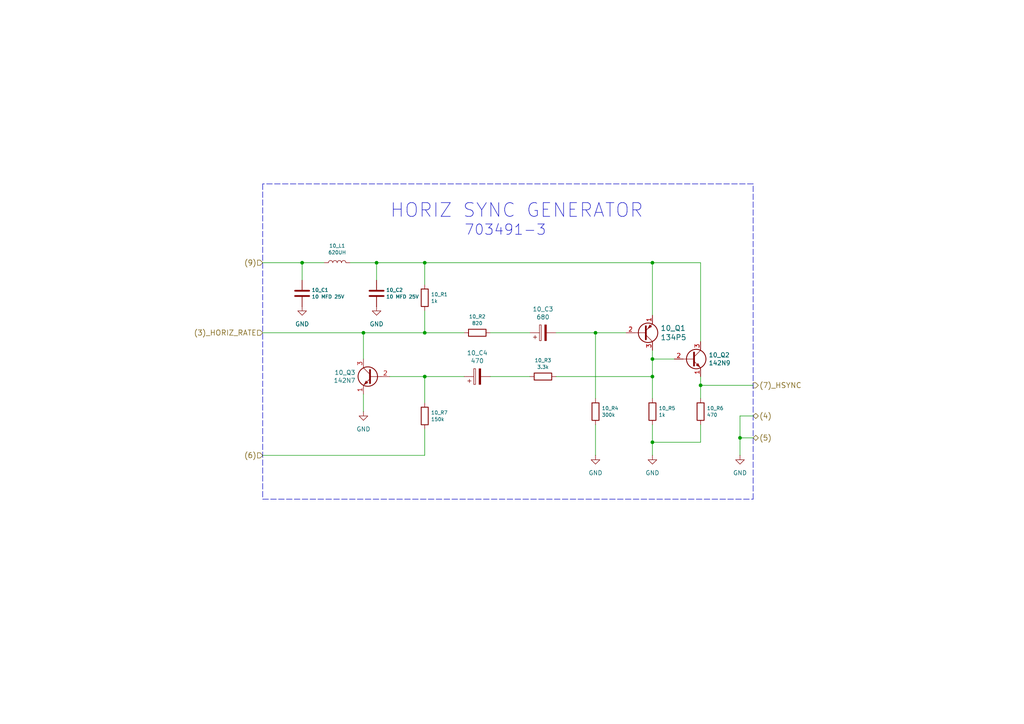
<source format=kicad_sch>
(kicad_sch (version 20250114) (generator "eeschema") (generator_version "9.0")
  (paper "A4")
  (lib_symbols
    (symbol "Device:C" (pin_numbers (hide yes)) (pin_names (offset 0.254))
      (property "Reference" "C" (at 0.635 2.54 0))
      (property "Value" "C" (at 0.635 -2.54 0))
      (symbol "C_0_1"
        (polyline (pts (xy -2.032 0.762) (xy 2.032 0.762)) (stroke (width 0.508)))
        (polyline (pts (xy -2.032 -0.762) (xy 2.032 -0.762)) (stroke (width 0.508)))
      )
      (symbol "C_1_1"
        (pin passive line (at 0 3.81 270) (length 2.794) (name "~") (number "1"))
        (pin passive line (at 0 -3.81 90) (length 2.794) (name "~") (number "2"))
      )
    )
    (symbol "Device:C_Polarized" (pin_numbers (hide yes)) (pin_names (offset 0.254))
      (property "Reference" "C" (at 0.635 2.54 0))
      (property "Value" "C_Polarized" (at 0.635 -2.54 0))
      (symbol "C_Polarized_0_1"
        (rectangle (start -2.286 0.508) (end 2.286 1.016))
        (polyline (pts (xy -1.778 2.286) (xy -0.762 2.286)))
        (polyline (pts (xy -1.27 2.794) (xy -1.27 1.778)))
        (rectangle (start 2.286 -0.508) (end -2.286 -1.016) (fill (type outline)))
      )
      (symbol "C_Polarized_1_1"
        (pin passive line (at 0 3.81 270) (length 2.794) (name "~") (number "1"))
        (pin passive line (at 0 -3.81 90) (length 2.794) (name "~") (number "2"))
      )
    )
    (symbol "Device:L" (pin_numbers (hide yes)) (pin_names (offset 1.016) (hide yes))
      (property "Reference" "L" (at -1.27 0 90))
      (property "Value" "L" (at 1.905 0 90))
      (symbol "L_0_1"
        (arc (start 0 2.54) (mid 0.6323 1.905) (end 0 1.27))
        (arc (start 0 1.27) (mid 0.6323 0.635) (end 0 0))
        (arc (start 0 0) (mid 0.6323 -0.635) (end 0 -1.27))
        (arc (start 0 -1.27) (mid 0.6323 -1.905) (end 0 -2.54))
      )
      (symbol "L_1_1"
        (pin passive line (at 0 3.81 270) (length 1.27) (name "1") (number "1"))
        (pin passive line (at 0 -3.81 90) (length 1.27) (name "2") (number "2"))
      )
    )
    (symbol "Device:R" (pin_numbers (hide yes)) (pin_names (offset 0))
      (property "Reference" "R" (at 2.032 0 90))
      (property "Value" "R" (at 0 0 90))
      (symbol "R_0_1"
        (rectangle (start -1.016 -2.54) (end 1.016 2.54) (stroke (width 0.254)))
      )
      (symbol "R_1_1"
        (pin passive line (at 0 3.81 270) (length 1.27) (name "~") (number "1"))
        (pin passive line (at 0 -3.81 90) (length 1.27) (name "~") (number "2"))
      )
    )
    (symbol "Transistor_BJT:Q_NPN_EBC" (pin_names (offset 0) (hide yes))
      (property "Reference" "Q" (at 5.08 1.27 0))
      (property "Value" "Q_NPN_EBC" (at 5.08 -1.27 0))
      (symbol "Q_NPN_EBC_0_1"
        (polyline (pts (xy -2.54 0) (xy 0.635 0)))
        (polyline (pts (xy 0.635 1.905) (xy 0.635 -1.905)) (stroke (width 0.508)))
        (circle (center 1.27 0) (radius 2.8194) (stroke (width 0.254)))
      )
      (symbol "Q_NPN_EBC_1_1"
        (polyline (pts (xy 0.635 0.635) (xy 2.54 2.54)))
        (polyline (pts (xy 0.635 -0.635) (xy 2.54 -2.54)))
        (polyline (pts (xy 1.27 -1.778) (xy 1.778 -1.27) (xy 2.286 -2.286) (xy 1.27 -1.778)) (fill (type outline)))
        (pin input line (at -5.08 0 0) (length 2.54) (name "B") (number "2"))
        (pin passive line (at 2.54 5.08 270) (length 2.54) (name "C") (number "3"))
        (pin passive line (at 2.54 -5.08 90) (length 2.54) (name "E") (number "1"))
      )
    )
    (symbol "Transistor_BJT:Q_PNP_EBC" (pin_names (offset 0) (hide yes))
      (property "Reference" "Q" (at 5.08 1.27 0))
      (property "Value" "Q_PNP_EBC" (at 5.08 -1.27 0))
      (symbol "Q_PNP_EBC_0_1"
        (polyline (pts (xy -2.54 0) (xy 0.635 0)))
        (polyline (pts (xy 0.635 1.905) (xy 0.635 -1.905)) (stroke (width 0.508)))
        (polyline (pts (xy 0.635 0.635) (xy 2.54 2.54)))
        (polyline (pts (xy 0.635 -0.635) (xy 2.54 -2.54)))
        (circle (center 1.27 0) (radius 2.8194) (stroke (width 0.254)))
        (polyline (pts (xy 2.286 -1.778) (xy 1.778 -2.286) (xy 1.27 -1.27) (xy 2.286 -1.778)) (fill (type outline)))
      )
      (symbol "Q_PNP_EBC_1_1"
        (pin input line (at -5.08 0 0) (length 2.54) (name "B") (number "2"))
        (pin passive line (at 2.54 5.08 270) (length 2.54) (name "C") (number "3"))
        (pin passive line (at 2.54 -5.08 90) (length 2.54) (name "E") (number "1"))
      )
    )
    (symbol "power:GND" (power) (pin_numbers (hide yes)) (pin_names (offset 0) (hide yes))
      (property "Value" "GND" (at 0 -3.81 0))
      (symbol "GND_0_1"
        (polyline (pts (xy 0 0) (xy 0 -1.27) (xy 1.27 -1.27) (xy 0 -2.54) (xy -1.27 -1.27) (xy 0 -1.27)))
      )
      (symbol "GND_1_1"
        (pin power_in line (at 0 0 270) (length 0) (name "~") (number "1"))
      )
    )
  )
  (text "HORIZ SYNC GENERATOR" (at 113.03 63.5 0) (effects (font (size 3.9878 3.9878)) (justify left bottom)))
  (text "703491-3" (at 134.62 68.58 0) (effects (font (size 2.9972 2.9972)) (justify left bottom)))
  (junction (at 123.19 76.2))
  (junction (at 172.72 96.52))
  (junction (at 105.41 96.52))
  (junction (at 189.23 128.27))
  (junction (at 123.19 109.22))
  (junction (at 189.23 76.2))
  (junction (at 123.19 96.52))
  (junction (at 203.2 111.76))
  (junction (at 87.63 76.2))
  (junction (at 214.63 127))
  (junction (at 109.22 76.2))
  (junction (at 189.23 109.22))
  (junction (at 189.23 104.14))
  (wire (pts (xy 203.2 123.19) (xy 203.2 128.27)))
  (wire (pts (xy 189.23 76.2) (xy 203.2 76.2)))
  (wire (pts (xy 189.23 104.14) (xy 189.23 109.22)))
  (wire (pts (xy 123.19 76.2) (xy 123.19 82.55)))
  (wire (pts (xy 105.41 114.3) (xy 105.41 119.38)))
  (wire (pts (xy 218.44 111.76) (xy 203.2 111.76)))
  (wire (pts (xy 87.63 76.2) (xy 93.98 76.2)))
  (wire (pts (xy 172.72 96.52) (xy 172.72 115.57)))
  (wire (pts (xy 189.23 128.27) (xy 189.23 132.08)))
  (polyline (pts (xy 76.2 53.34) (xy 76.2 144.78)) (stroke (width 0) (type dash)))
  (wire (pts (xy 123.19 132.08) (xy 76.2 132.08)))
  (wire (pts (xy 123.19 109.22) (xy 134.62 109.22)))
  (wire (pts (xy 105.41 96.52) (xy 123.19 96.52)))
  (wire (pts (xy 101.6 76.2) (xy 109.22 76.2)))
  (wire (pts (xy 123.19 96.52) (xy 134.62 96.52)))
  (wire (pts (xy 105.41 96.52) (xy 105.41 104.14)))
  (wire (pts (xy 203.2 111.76) (xy 203.2 115.57)))
  (wire (pts (xy 214.63 120.65) (xy 214.63 127)))
  (wire (pts (xy 161.29 109.22) (xy 189.23 109.22)))
  (wire (pts (xy 172.72 123.19) (xy 172.72 132.08)))
  (wire (pts (xy 142.24 96.52) (xy 153.67 96.52)))
  (wire (pts (xy 109.22 76.2) (xy 123.19 76.2)))
  (wire (pts (xy 189.23 123.19) (xy 189.23 128.27)))
  (wire (pts (xy 123.19 90.17) (xy 123.19 96.52)))
  (wire (pts (xy 218.44 127) (xy 214.63 127)))
  (polyline (pts (xy 218.44 144.78) (xy 218.44 53.34)) (stroke (width 0) (type dash)))
  (wire (pts (xy 189.23 101.6) (xy 189.23 104.14)))
  (wire (pts (xy 189.23 104.14) (xy 195.58 104.14)))
  (wire (pts (xy 142.24 109.22) (xy 153.67 109.22)))
  (wire (pts (xy 172.72 96.52) (xy 181.61 96.52)))
  (wire (pts (xy 123.19 76.2) (xy 189.23 76.2)))
  (wire (pts (xy 123.19 124.46) (xy 123.19 132.08)))
  (wire (pts (xy 109.22 76.2) (xy 109.22 81.28)))
  (wire (pts (xy 189.23 76.2) (xy 189.23 91.44)))
  (polyline (pts (xy 76.2 144.78) (xy 218.44 144.78)) (stroke (width 0) (type dash)))
  (wire (pts (xy 123.19 109.22) (xy 123.19 116.84)))
  (wire (pts (xy 161.29 96.52) (xy 172.72 96.52)))
  (wire (pts (xy 76.2 96.52) (xy 105.41 96.52)))
  (polyline (pts (xy 218.44 53.34) (xy 76.2 53.34)) (stroke (width 0) (type dash)))
  (wire (pts (xy 189.23 109.22) (xy 189.23 115.57)))
  (wire (pts (xy 76.2 76.2) (xy 87.63 76.2)))
  (wire (pts (xy 214.63 127) (xy 214.63 132.08)))
  (wire (pts (xy 113.03 109.22) (xy 123.19 109.22)))
  (wire (pts (xy 203.2 76.2) (xy 203.2 99.06)))
  (wire (pts (xy 203.2 109.22) (xy 203.2 111.76)))
  (wire (pts (xy 87.63 76.2) (xy 87.63 81.28)))
  (wire (pts (xy 214.63 120.65) (xy 218.44 120.65)))
  (wire (pts (xy 189.23 128.27) (xy 203.2 128.27)))
  (hierarchical_label "(5)" (shape bidirectional) (at 218.44 127 0) (effects (font (size 1.524 1.524))))
  (hierarchical_label "(9)" (shape input) (at 76.2 76.2 180) (effects (font (size 1.524 1.524))))
  (hierarchical_label "(6)" (shape input) (at 76.2 132.08 180) (effects (font (size 1.524 1.524))))
  (hierarchical_label "(4)" (shape bidirectional) (at 218.44 120.65 0) (effects (font (size 1.524 1.524))))
  (hierarchical_label "(3)_HORIZ_RATE" (shape input) (at 76.2 96.52 180) (effects (font (size 1.524 1.524))))
  (hierarchical_label "(7)_HSYNC" (shape output) (at 218.44 111.76 0) (effects (font (size 1.524 1.524))))
  (symbol (lib_id "Device:C") (at 87.63 85.09 0) (unit 1)
    (property "Reference" "10_C1" (at 90.3986 84.1248 0) (effects (font (size 1.016 1.016)) (justify left)))
    (property "Value" "10 MFD 25V" (at 90.3986 86.0552 0) (effects (font (size 1.016 1.016)) (justify left)))
    (property "Description" "Unpolarized capacitor" (effects (hide yes)))
  )
  (symbol (lib_id "Device:C") (at 109.22 85.09 0) (unit 1)
    (property "Reference" "10_C2" (at 111.9886 84.1248 0) (effects (font (size 1.016 1.016)) (justify left)))
    (property "Value" "10 MFD 25V" (at 111.9886 86.0552 0) (effects (font (size 1.016 1.016)) (justify left)))
    (property "Description" "Unpolarized capacitor" (effects (hide yes)))
  )
  (symbol (lib_id "Device:L") (at 97.79 76.2 90) (unit 1)
    (property "Reference" "10_L1" (at 97.79 71.2978 90) (effects (font (size 1.016 1.016))))
    (property "Value" "620UH" (at 97.79 73.2282 90) (effects (font (size 1.016 1.016))))
    (property "Description" "Inductor" (effects (hide yes)))
  )
  (symbol (lib_id "power:GND") (at 189.23 132.08 0) (unit 1)
    (property "Reference" "#PWR0405" (effects (hide yes)))
    (property "Value" "GND" (at 189.23 137.16 0))
    (property "Description" "Power symbol creates a global label with name \"GND\" , ground" (effects (hide yes)))
  )
  (symbol (lib_id "power:GND") (at 172.72 132.08 0) (unit 1)
    (property "Reference" "#PWR0404" (effects (hide yes)))
    (property "Value" "GND" (at 172.72 137.16 0))
    (property "Description" "Power symbol creates a global label with name \"GND\" , ground" (effects (hide yes)))
  )
  (symbol (lib_id "Device:R") (at 123.19 86.36 180) (unit 1)
    (property "Reference" "10_R1" (at 124.9934 85.3948 0) (effects (font (size 1.016 1.016)) (justify right)))
    (property "Value" "1k" (at 124.9934 87.3252 0) (effects (font (size 1.016 1.016)) (justify right)))
    (property "Description" "Resistor" (effects (hide yes)))
  )
  (symbol (lib_id "Device:R") (at 172.72 119.38 180) (unit 1)
    (property "Reference" "10_R4" (at 174.5234 118.4148 0) (effects (font (size 1.016 1.016)) (justify right)))
    (property "Value" "300k" (at 174.5234 120.3452 0) (effects (font (size 1.016 1.016)) (justify right)))
    (property "Description" "Resistor" (effects (hide yes)))
  )
  (symbol (lib_id "Device:R") (at 189.23 119.38 180) (unit 1)
    (property "Reference" "10_R5" (at 191.0334 118.4148 0) (effects (font (size 1.016 1.016)) (justify right)))
    (property "Value" "1k" (at 191.0334 120.3452 0) (effects (font (size 1.016 1.016)) (justify right)))
    (property "Description" "Resistor" (effects (hide yes)))
  )
  (symbol (lib_id "Transistor_BJT:Q_NPN_EBC") (at 107.95 109.22 0) (mirror y) (unit 1)
    (property "Reference" "10_Q3" (at 103.124 108.0516 0) (effects (justify left)))
    (property "Value" "142N7" (at 103.124 110.363 0) (effects (justify left)))
    (property "Description" "NPN transistor, emitter/base/collector" (effects (hide yes)))
    (property "Sim.Device" "NPN" (effects (hide yes)))
    (property "Sim.Pins" "1=E 2=B 3=C" (effects (hide yes)))
  )
  (symbol (lib_id "Device:R") (at 123.19 120.65 180) (unit 1)
    (property "Reference" "10_R7" (at 124.9934 119.6848 0) (effects (font (size 1.016 1.016)) (justify right)))
    (property "Value" "150k" (at 124.9934 121.6152 0) (effects (font (size 1.016 1.016)) (justify right)))
    (property "Description" "Resistor" (effects (hide yes)))
  )
  (symbol (lib_id "power:GND") (at 105.41 119.38 0) (unit 1)
    (property "Reference" "#PWR0403" (effects (hide yes)))
    (property "Value" "GND" (at 105.41 124.46 0))
    (property "Description" "Power symbol creates a global label with name \"GND\" , ground" (effects (hide yes)))
  )
  (symbol (lib_id "Transistor_BJT:Q_PNP_EBC") (at 186.69 96.52 0) (mirror x) (unit 1)
    (property "Reference" "10_Q1" (at 191.5414 95.1738 0) (effects (font (size 1.524 1.524)) (justify left)))
    (property "Value" "134P5" (at 191.5414 97.8662 0) (effects (font (size 1.524 1.524)) (justify left)))
    (property "Description" "PNP transistor, emitter/base/collector" (effects (hide yes)))
    (property "Sim.Device" "PNP" (effects (hide yes)))
    (property "Sim.Pins" "1=E 2=B 3=C" (effects (hide yes)))
  )
  (symbol (lib_id "power:GND") (at 214.63 132.08 0) (unit 1)
    (property "Reference" "#PWR0406" (effects (hide yes)))
    (property "Value" "GND" (at 214.63 137.16 0))
    (property "Description" "Power symbol creates a global label with name \"GND\" , ground" (effects (hide yes)))
  )
  (symbol (lib_id "Transistor_BJT:Q_NPN_EBC") (at 200.66 104.14 0) (unit 1)
    (property "Reference" "10_Q2" (at 205.5114 102.9716 0) (effects (justify left)))
    (property "Value" "142N9" (at 205.5114 105.283 0) (effects (justify left)))
    (property "Description" "NPN transistor, emitter/base/collector" (effects (hide yes)))
    (property "Sim.Device" "NPN" (effects (hide yes)))
    (property "Sim.Pins" "1=E 2=B 3=C" (effects (hide yes)))
  )
  (symbol (lib_id "Device:R") (at 203.2 119.38 180) (unit 1)
    (property "Reference" "10_R6" (at 205.0034 118.4148 0) (effects (font (size 1.016 1.016)) (justify right)))
    (property "Value" "470" (at 205.0034 120.3452 0) (effects (font (size 1.016 1.016)) (justify right)))
    (property "Description" "Resistor" (effects (hide yes)))
  )
  (symbol (lib_id "Device:R") (at 157.48 109.22 270) (unit 1)
    (property "Reference" "10_R3" (at 157.48 104.521 90) (effects (font (size 1.016 1.016))))
    (property "Value" "3.3k" (at 157.48 106.4514 90) (effects (font (size 1.016 1.016))))
    (property "Description" "Resistor" (effects (hide yes)))
  )
  (symbol (lib_id "Device:C_Polarized") (at 138.43 109.22 90) (unit 1)
    (property "Reference" "10_C4" (at 138.43 102.362 90))
    (property "Value" "470" (at 138.43 104.6734 90))
    (property "Description" "Polarized capacitor" (effects (hide yes)))
  )
  (symbol (lib_id "Device:C_Polarized") (at 157.48 96.52 90) (unit 1)
    (property "Reference" "10_C3" (at 157.48 89.662 90))
    (property "Value" "680" (at 157.48 91.9734 90))
    (property "Description" "Polarized capacitor" (effects (hide yes)))
  )
  (symbol (lib_id "Device:R") (at 138.43 96.52 270) (unit 1)
    (property "Reference" "10_R2" (at 138.43 91.821 90) (effects (font (size 1.016 1.016))))
    (property "Value" "820" (at 138.43 93.7514 90) (effects (font (size 1.016 1.016))))
    (property "Description" "Resistor" (effects (hide yes)))
  )
  (symbol (lib_id "power:GND") (at 109.22 88.9 0) (unit 1)
    (property "Reference" "#PWR0402" (effects (hide yes)))
    (property "Value" "GND" (at 109.22 93.98 0))
    (property "Description" "Power symbol creates a global label with name \"GND\" , ground" (effects (hide yes)))
  )
  (symbol (lib_id "power:GND") (at 87.63 88.9 0) (unit 1)
    (property "Reference" "#PWR0401" (effects (hide yes)))
    (property "Value" "GND" (at 87.63 93.98 0))
    (property "Description" "Power symbol creates a global label with name \"GND\" , ground" (effects (hide yes)))
  )
)
</source>
